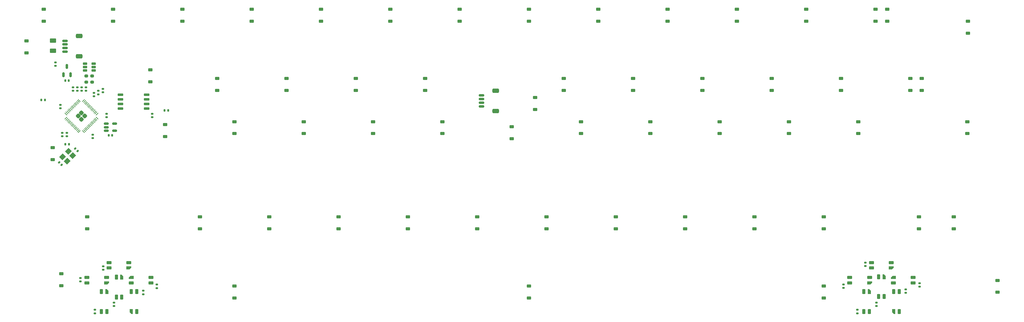
<source format=gbr>
%TF.GenerationSoftware,KiCad,Pcbnew,(7.0.0-0)*%
%TF.CreationDate,2023-06-08T00:14:41-07:00*%
%TF.ProjectId,popstar_plateless_with_flex_cuts,706f7073-7461-4725-9f70-6c6174656c65,rev?*%
%TF.SameCoordinates,Original*%
%TF.FileFunction,Paste,Bot*%
%TF.FilePolarity,Positive*%
%FSLAX46Y46*%
G04 Gerber Fmt 4.6, Leading zero omitted, Abs format (unit mm)*
G04 Created by KiCad (PCBNEW (7.0.0-0)) date 2023-06-08 00:14:41*
%MOMM*%
%LPD*%
G01*
G04 APERTURE LIST*
G04 Aperture macros list*
%AMRoundRect*
0 Rectangle with rounded corners*
0 $1 Rounding radius*
0 $2 $3 $4 $5 $6 $7 $8 $9 X,Y pos of 4 corners*
0 Add a 4 corners polygon primitive as box body*
4,1,4,$2,$3,$4,$5,$6,$7,$8,$9,$2,$3,0*
0 Add four circle primitives for the rounded corners*
1,1,$1+$1,$2,$3*
1,1,$1+$1,$4,$5*
1,1,$1+$1,$6,$7*
1,1,$1+$1,$8,$9*
0 Add four rect primitives between the rounded corners*
20,1,$1+$1,$2,$3,$4,$5,0*
20,1,$1+$1,$4,$5,$6,$7,0*
20,1,$1+$1,$6,$7,$8,$9,0*
20,1,$1+$1,$8,$9,$2,$3,0*%
%AMRotRect*
0 Rectangle, with rotation*
0 The origin of the aperture is its center*
0 $1 length*
0 $2 width*
0 $3 Rotation angle, in degrees counterclockwise*
0 Add horizontal line*
21,1,$1,$2,0,0,$3*%
%AMFreePoly0*
4,1,18,-0.410000,0.593000,-0.403758,0.624380,-0.385983,0.650983,-0.359380,0.668758,-0.328000,0.675000,0.328000,0.675000,0.359380,0.668758,0.385983,0.650983,0.403758,0.624380,0.410000,0.593000,0.410000,-0.593000,0.403758,-0.624380,0.385983,-0.650983,0.359380,-0.668758,0.328000,-0.675000,0.000000,-0.675000,-0.410000,-0.265000,-0.410000,0.593000,-0.410000,0.593000,$1*%
G04 Aperture macros list end*
%ADD10RoundRect,0.140000X0.170000X-0.140000X0.170000X0.140000X-0.170000X0.140000X-0.170000X-0.140000X0*%
%ADD11RoundRect,0.140000X0.219203X0.021213X0.021213X0.219203X-0.219203X-0.021213X-0.021213X-0.219203X0*%
%ADD12RoundRect,0.225000X0.375000X-0.225000X0.375000X0.225000X-0.375000X0.225000X-0.375000X-0.225000X0*%
%ADD13RoundRect,0.150000X-0.650000X-0.150000X0.650000X-0.150000X0.650000X0.150000X-0.650000X0.150000X0*%
%ADD14RoundRect,0.200000X-0.275000X0.200000X-0.275000X-0.200000X0.275000X-0.200000X0.275000X0.200000X0*%
%ADD15RoundRect,0.150000X-0.625000X0.150000X-0.625000X-0.150000X0.625000X-0.150000X0.625000X0.150000X0*%
%ADD16RoundRect,0.250000X-0.650000X0.350000X-0.650000X-0.350000X0.650000X-0.350000X0.650000X0.350000X0*%
%ADD17RoundRect,0.140000X-0.170000X0.140000X-0.170000X-0.140000X0.170000X-0.140000X0.170000X0.140000X0*%
%ADD18RoundRect,0.250000X0.413257X0.000000X0.000000X0.413257X-0.413257X0.000000X0.000000X-0.413257X0*%
%ADD19RoundRect,0.050000X0.309359X-0.238649X-0.238649X0.309359X-0.309359X0.238649X0.238649X-0.309359X0*%
%ADD20RoundRect,0.050000X0.309359X0.238649X0.238649X0.309359X-0.309359X-0.238649X-0.238649X-0.309359X0*%
%ADD21RoundRect,0.150000X0.150000X-0.512500X0.150000X0.512500X-0.150000X0.512500X-0.150000X-0.512500X0*%
%ADD22RoundRect,0.082000X0.593000X-0.328000X0.593000X0.328000X-0.593000X0.328000X-0.593000X-0.328000X0*%
%ADD23FreePoly0,90.000000*%
%ADD24RoundRect,0.250000X-0.625000X0.375000X-0.625000X-0.375000X0.625000X-0.375000X0.625000X0.375000X0*%
%ADD25RoundRect,0.135000X-0.135000X-0.185000X0.135000X-0.185000X0.135000X0.185000X-0.135000X0.185000X0*%
%ADD26RoundRect,0.082000X-0.328000X-0.593000X0.328000X-0.593000X0.328000X0.593000X-0.328000X0.593000X0*%
%ADD27FreePoly0,0.000000*%
%ADD28RoundRect,0.082000X-0.593000X0.328000X-0.593000X-0.328000X0.593000X-0.328000X0.593000X0.328000X0*%
%ADD29FreePoly0,270.000000*%
%ADD30RoundRect,0.140000X-0.140000X-0.170000X0.140000X-0.170000X0.140000X0.170000X-0.140000X0.170000X0*%
%ADD31RoundRect,0.082000X0.328000X0.593000X-0.328000X0.593000X-0.328000X-0.593000X0.328000X-0.593000X0*%
%ADD32FreePoly0,180.000000*%
%ADD33RotRect,1.400000X1.200000X45.000000*%
%ADD34RoundRect,0.140000X0.140000X0.170000X-0.140000X0.170000X-0.140000X-0.170000X0.140000X-0.170000X0*%
%ADD35RoundRect,0.140000X-0.219203X-0.021213X-0.021213X-0.219203X0.219203X0.021213X0.021213X0.219203X0*%
%ADD36RoundRect,0.135000X0.135000X0.185000X-0.135000X0.185000X-0.135000X-0.185000X0.135000X-0.185000X0*%
%ADD37RoundRect,0.150000X0.475000X0.150000X-0.475000X0.150000X-0.475000X-0.150000X0.475000X-0.150000X0*%
%ADD38RoundRect,0.150000X-0.512500X-0.150000X0.512500X-0.150000X0.512500X0.150000X-0.512500X0.150000X0*%
G04 APERTURE END LIST*
D10*
%TO.C,C4*%
X57200000Y-64480000D03*
X57200000Y-63520000D03*
%TD*%
D11*
%TO.C,C14*%
X54057411Y-84871411D03*
X53378589Y-84192589D03*
%TD*%
D12*
%TO.C,D60*%
X206375000Y-102456250D03*
X206375000Y-99156250D03*
%TD*%
%TO.C,D53*%
X61118750Y-102456250D03*
X61118750Y-99156250D03*
%TD*%
D13*
%TO.C,U4*%
X70218750Y-69373750D03*
X70218750Y-68103750D03*
X70218750Y-66833750D03*
X70218750Y-65563750D03*
X77418750Y-65563750D03*
X77418750Y-66833750D03*
X77418750Y-68103750D03*
X77418750Y-69373750D03*
%TD*%
D12*
%TO.C,D28*%
X78500000Y-61975000D03*
X78500000Y-58675000D03*
%TD*%
%TO.C,D34*%
X192087500Y-64356250D03*
X192087500Y-61056250D03*
%TD*%
%TO.C,D19*%
X163512500Y-45306250D03*
X163512500Y-42006250D03*
%TD*%
%TO.C,D26*%
X280987500Y-45306250D03*
X280987500Y-42006250D03*
%TD*%
%TO.C,D18*%
X144462500Y-45306250D03*
X144462500Y-42006250D03*
%TD*%
D14*
%TO.C,R2*%
X62484000Y-60425000D03*
X62484000Y-62075000D03*
%TD*%
D15*
%TO.C,J2*%
X169500000Y-65750000D03*
X169500000Y-66750000D03*
X169500000Y-67750000D03*
X169500000Y-68750000D03*
D16*
X173375000Y-64450000D03*
X173375000Y-70050000D03*
%TD*%
D12*
%TO.C,D22*%
X220662500Y-45306250D03*
X220662500Y-42006250D03*
%TD*%
D17*
%TO.C,C23*%
X80250000Y-117820000D03*
X80250000Y-118780000D03*
%TD*%
D12*
%TO.C,D72*%
X290512500Y-64356250D03*
X290512500Y-61056250D03*
%TD*%
%TO.C,D51*%
X273050000Y-76262500D03*
X273050000Y-72962500D03*
%TD*%
%TO.C,D31*%
X134937500Y-64356250D03*
X134937500Y-61056250D03*
%TD*%
%TO.C,D27*%
X44450000Y-54037500D03*
X44450000Y-50737500D03*
%TD*%
%TO.C,D54*%
X92075000Y-102456250D03*
X92075000Y-99156250D03*
%TD*%
D17*
%TO.C,C5*%
X66421000Y-70767000D03*
X66421000Y-71727000D03*
%TD*%
D12*
%TO.C,D67*%
X101600000Y-121506250D03*
X101600000Y-118206250D03*
%TD*%
%TO.C,D40*%
X51593750Y-83406250D03*
X51593750Y-80106250D03*
%TD*%
%TO.C,D46*%
X177800000Y-77650000D03*
X177800000Y-74350000D03*
%TD*%
%TO.C,D42*%
X101600000Y-76262500D03*
X101600000Y-72962500D03*
%TD*%
%TO.C,D17*%
X125412500Y-45306250D03*
X125412500Y-42006250D03*
%TD*%
%TO.C,D41*%
X82550000Y-77056250D03*
X82550000Y-73756250D03*
%TD*%
%TO.C,D69*%
X263525000Y-121506250D03*
X263525000Y-118206250D03*
%TD*%
D18*
%TO.C,U6*%
X59531250Y-72339061D03*
X60432811Y-71437500D03*
X58629689Y-71437500D03*
X59531250Y-70535939D03*
D19*
X63800407Y-72029702D03*
X63517564Y-72312545D03*
X63234722Y-72595387D03*
X62951879Y-72878230D03*
X62669036Y-73161073D03*
X62386194Y-73443915D03*
X62103351Y-73726758D03*
X61820508Y-74009601D03*
X61537665Y-74292444D03*
X61254823Y-74575286D03*
X60971980Y-74858129D03*
X60689137Y-75140972D03*
X60406295Y-75423814D03*
X60123452Y-75706657D03*
D20*
X58939048Y-75706657D03*
X58656205Y-75423814D03*
X58373363Y-75140972D03*
X58090520Y-74858129D03*
X57807677Y-74575286D03*
X57524835Y-74292444D03*
X57241992Y-74009601D03*
X56959149Y-73726758D03*
X56676306Y-73443915D03*
X56393464Y-73161073D03*
X56110621Y-72878230D03*
X55827778Y-72595387D03*
X55544936Y-72312545D03*
X55262093Y-72029702D03*
D19*
X55262093Y-70845298D03*
X55544936Y-70562455D03*
X55827778Y-70279613D03*
X56110621Y-69996770D03*
X56393464Y-69713927D03*
X56676306Y-69431085D03*
X56959149Y-69148242D03*
X57241992Y-68865399D03*
X57524835Y-68582556D03*
X57807677Y-68299714D03*
X58090520Y-68016871D03*
X58373363Y-67734028D03*
X58656205Y-67451186D03*
X58939048Y-67168343D03*
D20*
X60123452Y-67168343D03*
X60406295Y-67451186D03*
X60689137Y-67734028D03*
X60971980Y-68016871D03*
X61254823Y-68299714D03*
X61537665Y-68582556D03*
X61820508Y-68865399D03*
X62103351Y-69148242D03*
X62386194Y-69431085D03*
X62669036Y-69713927D03*
X62951879Y-69996770D03*
X63234722Y-70279613D03*
X63517564Y-70562455D03*
X63800407Y-70845298D03*
%TD*%
D12*
%TO.C,D37*%
X249237500Y-64356250D03*
X249237500Y-61056250D03*
%TD*%
%TO.C,D15*%
X87312500Y-45306250D03*
X87312500Y-42006250D03*
%TD*%
D10*
%TO.C,C10*%
X59600000Y-64480000D03*
X59600000Y-63520000D03*
%TD*%
D12*
%TO.C,D35*%
X211137500Y-64356250D03*
X211137500Y-61056250D03*
%TD*%
D21*
%TO.C,U2*%
X56512500Y-60065500D03*
X54612500Y-60065500D03*
X55562500Y-57790500D03*
%TD*%
D12*
%TO.C,D44*%
X139700000Y-76262500D03*
X139700000Y-72962500D03*
%TD*%
D17*
%TO.C,C25*%
X269000000Y-117770000D03*
X269000000Y-118730000D03*
%TD*%
D10*
%TO.C,C11*%
X62992000Y-66012000D03*
X62992000Y-65052000D03*
%TD*%
D12*
%TO.C,D56*%
X130175000Y-102456250D03*
X130175000Y-99156250D03*
%TD*%
D22*
%TO.C,D12*%
X276675000Y-111750000D03*
X276675000Y-113250000D03*
X282125000Y-111750000D03*
D23*
X282124999Y-113249999D03*
%TD*%
D22*
%TO.C,D1*%
X67125000Y-111750000D03*
X67125000Y-113250000D03*
X72575000Y-111750000D03*
D23*
X72574999Y-113249999D03*
%TD*%
D12*
%TO.C,D30*%
X115887500Y-64356250D03*
X115887500Y-61056250D03*
%TD*%
%TO.C,D49*%
X234950000Y-76262500D03*
X234950000Y-72962500D03*
%TD*%
D22*
%TO.C,D2*%
X61025000Y-115850000D03*
X61025000Y-117350000D03*
X66475000Y-115850000D03*
D23*
X66474999Y-117349999D03*
%TD*%
D12*
%TO.C,D43*%
X120650000Y-76262500D03*
X120650000Y-72962500D03*
%TD*%
%TO.C,D58*%
X168275000Y-102456250D03*
X168275000Y-99156250D03*
%TD*%
D17*
%TO.C,C24*%
X68500000Y-122770000D03*
X68500000Y-123730000D03*
%TD*%
D10*
%TO.C,C6*%
X58400000Y-64480000D03*
X58400000Y-63520000D03*
%TD*%
D24*
%TO.C,F1*%
X51689000Y-50670000D03*
X51689000Y-53470000D03*
%TD*%
D12*
%TO.C,D63*%
X263525000Y-102456250D03*
X263525000Y-99156250D03*
%TD*%
%TO.C,D16*%
X106362500Y-45306250D03*
X106362500Y-42006250D03*
%TD*%
%TO.C,D29*%
X96837500Y-64356250D03*
X96837500Y-61056250D03*
%TD*%
D10*
%TO.C,C2*%
X60770000Y-64480000D03*
X60770000Y-63520000D03*
%TD*%
D17*
%TO.C,C19*%
X65500000Y-112770000D03*
X65500000Y-113730000D03*
%TD*%
D25*
%TO.C,R4*%
X55113000Y-79198000D03*
X56133000Y-79198000D03*
%TD*%
D12*
%TO.C,D38*%
X268287500Y-64356250D03*
X268287500Y-61056250D03*
%TD*%
D17*
%TO.C,C20*%
X59250000Y-116020000D03*
X59250000Y-116980000D03*
%TD*%
D15*
%TO.C,J1*%
X55023000Y-50697000D03*
X55023000Y-51697000D03*
X55023000Y-52697000D03*
X55023000Y-53697000D03*
D16*
X58898000Y-49397000D03*
X58898000Y-54997000D03*
%TD*%
D12*
%TO.C,D55*%
X111125000Y-102456250D03*
X111125000Y-99156250D03*
%TD*%
%TO.C,D68*%
X182562500Y-121506250D03*
X182562500Y-118206250D03*
%TD*%
%TO.C,D62*%
X244475000Y-102456250D03*
X244475000Y-99156250D03*
%TD*%
D17*
%TO.C,C27*%
X286100000Y-119120000D03*
X286100000Y-120080000D03*
%TD*%
%TO.C,C3*%
X54229000Y-76033750D03*
X54229000Y-76993750D03*
%TD*%
D12*
%TO.C,D47*%
X196850000Y-76262500D03*
X196850000Y-72962500D03*
%TD*%
%TO.C,D21*%
X201612500Y-45306250D03*
X201612500Y-42006250D03*
%TD*%
D17*
%TO.C,C12*%
X62611000Y-76520000D03*
X62611000Y-77480000D03*
%TD*%
D10*
%TO.C,C1*%
X65405000Y-64869000D03*
X65405000Y-63909000D03*
%TD*%
D26*
%TO.C,D4*%
X74750000Y-119775000D03*
X73250000Y-119775000D03*
X74750000Y-125225000D03*
D27*
X73249999Y-125224999D03*
%TD*%
D28*
%TO.C,D5*%
X78625000Y-117350000D03*
X78625000Y-115850000D03*
X73175000Y-117350000D03*
D29*
X73174999Y-115849999D03*
%TD*%
D30*
%TO.C,C16*%
X55082500Y-61690250D03*
X56042500Y-61690250D03*
%TD*%
D31*
%TO.C,D8*%
X274550000Y-125225000D03*
X276050000Y-125225000D03*
X274550000Y-119775000D03*
D32*
X276049999Y-119774999D03*
%TD*%
D12*
%TO.C,D39*%
X287337500Y-64356250D03*
X287337500Y-61056250D03*
%TD*%
%TO.C,D45*%
X158750000Y-76262500D03*
X158750000Y-72962500D03*
%TD*%
%TO.C,D70*%
X311300000Y-119950000D03*
X311300000Y-116650000D03*
%TD*%
D17*
%TO.C,C26*%
X272750000Y-124770000D03*
X272750000Y-125730000D03*
%TD*%
D22*
%TO.C,D7*%
X270675000Y-115850000D03*
X270675000Y-117350000D03*
X276125000Y-115850000D03*
D23*
X276124999Y-117349999D03*
%TD*%
D10*
%TO.C,C8*%
X53721000Y-69314000D03*
X53721000Y-68354000D03*
%TD*%
D12*
%TO.C,D61*%
X225425000Y-102456250D03*
X225425000Y-99156250D03*
%TD*%
%TO.C,D32*%
X153987500Y-64356250D03*
X153987500Y-61056250D03*
%TD*%
D17*
%TO.C,C15*%
X52387500Y-56670000D03*
X52387500Y-57630000D03*
%TD*%
D12*
%TO.C,D13*%
X49212500Y-45306250D03*
X49212500Y-42006250D03*
%TD*%
%TO.C,D64*%
X289718750Y-102456250D03*
X289718750Y-99156250D03*
%TD*%
D33*
%TO.C,Y1*%
X54371141Y-82676776D03*
X55926776Y-81121141D03*
X57128857Y-82323222D03*
X55573222Y-83878857D03*
%TD*%
D34*
%TO.C,C18*%
X67980000Y-76750000D03*
X67020000Y-76750000D03*
%TD*%
D35*
%TO.C,C13*%
X57823589Y-80382589D03*
X58502411Y-81061411D03*
%TD*%
D31*
%TO.C,D11*%
X278650000Y-121125000D03*
X280150000Y-121125000D03*
X278650000Y-115675000D03*
D32*
X280149999Y-115674999D03*
%TD*%
D17*
%TO.C,C21*%
X63250000Y-124770000D03*
X63250000Y-125730000D03*
%TD*%
D12*
%TO.C,D57*%
X149225000Y-102456250D03*
X149225000Y-99156250D03*
%TD*%
%TO.C,D36*%
X230187500Y-64356250D03*
X230187500Y-61056250D03*
%TD*%
%TO.C,D33*%
X184250000Y-69650000D03*
X184250000Y-66350000D03*
%TD*%
%TO.C,D14*%
X68262500Y-45306250D03*
X68262500Y-42006250D03*
%TD*%
%TO.C,D50*%
X254000000Y-76262500D03*
X254000000Y-72962500D03*
%TD*%
D17*
%TO.C,C22*%
X76500000Y-119520000D03*
X76500000Y-120480000D03*
%TD*%
D12*
%TO.C,D59*%
X187325000Y-102456250D03*
X187325000Y-99156250D03*
%TD*%
D31*
%TO.C,D3*%
X65000000Y-125225000D03*
X66500000Y-125225000D03*
X65000000Y-119775000D03*
D32*
X66499999Y-119774999D03*
%TD*%
D12*
%TO.C,D65*%
X299243750Y-102456250D03*
X299243750Y-99156250D03*
%TD*%
D28*
%TO.C,D10*%
X288125000Y-117350000D03*
X288125000Y-115850000D03*
X282675000Y-117350000D03*
D29*
X282674999Y-115849999D03*
%TD*%
D17*
%TO.C,C9*%
X55499000Y-76033750D03*
X55499000Y-76993750D03*
%TD*%
D12*
%TO.C,D52*%
X303000000Y-76262500D03*
X303000000Y-72962500D03*
%TD*%
%TO.C,D24*%
X258762500Y-45306250D03*
X258762500Y-42006250D03*
%TD*%
%TO.C,D71*%
X303212500Y-48650000D03*
X303212500Y-45350000D03*
%TD*%
D36*
%TO.C,R1*%
X49510000Y-66960750D03*
X48490000Y-66960750D03*
%TD*%
D12*
%TO.C,D25*%
X277812500Y-45306250D03*
X277812500Y-42006250D03*
%TD*%
D36*
%TO.C,R5*%
X83343750Y-69850000D03*
X82323750Y-69850000D03*
%TD*%
D17*
%TO.C,C30*%
X275000000Y-111770000D03*
X275000000Y-112730000D03*
%TD*%
D37*
%TO.C,U3*%
X62897000Y-56962000D03*
X62897000Y-57912000D03*
X62897000Y-58862000D03*
X60547000Y-58862000D03*
X60547000Y-57912000D03*
X60547000Y-56962000D03*
%TD*%
D17*
%TO.C,C17*%
X79000000Y-70770000D03*
X79000000Y-71730000D03*
%TD*%
D14*
%TO.C,R3*%
X60860000Y-60425000D03*
X60860000Y-62075000D03*
%TD*%
D12*
%TO.C,D66*%
X53975000Y-118150000D03*
X53975000Y-114850000D03*
%TD*%
%TO.C,D23*%
X239712500Y-45306250D03*
X239712500Y-42006250D03*
%TD*%
%TO.C,D20*%
X182562500Y-45306250D03*
X182562500Y-42006250D03*
%TD*%
D10*
%TO.C,C7*%
X64135000Y-65440500D03*
X64135000Y-64480500D03*
%TD*%
D17*
%TO.C,C28*%
X289900000Y-117420000D03*
X289900000Y-118380000D03*
%TD*%
%TO.C,C29*%
X278000000Y-122770000D03*
X278000000Y-123730000D03*
%TD*%
D31*
%TO.C,D6*%
X69125000Y-121225000D03*
X70625000Y-121225000D03*
X69125000Y-115775000D03*
D32*
X70624999Y-115774999D03*
%TD*%
D12*
%TO.C,D48*%
X215900000Y-76262500D03*
X215900000Y-72962500D03*
%TD*%
D38*
%TO.C,U5*%
X66362500Y-75450000D03*
X66362500Y-74500000D03*
X66362500Y-73550000D03*
X68637500Y-73550000D03*
X68637500Y-75450000D03*
%TD*%
D26*
%TO.C,D9*%
X284250000Y-119775000D03*
X282750000Y-119775000D03*
X284250000Y-125225000D03*
D27*
X282749999Y-125224999D03*
%TD*%
M02*

</source>
